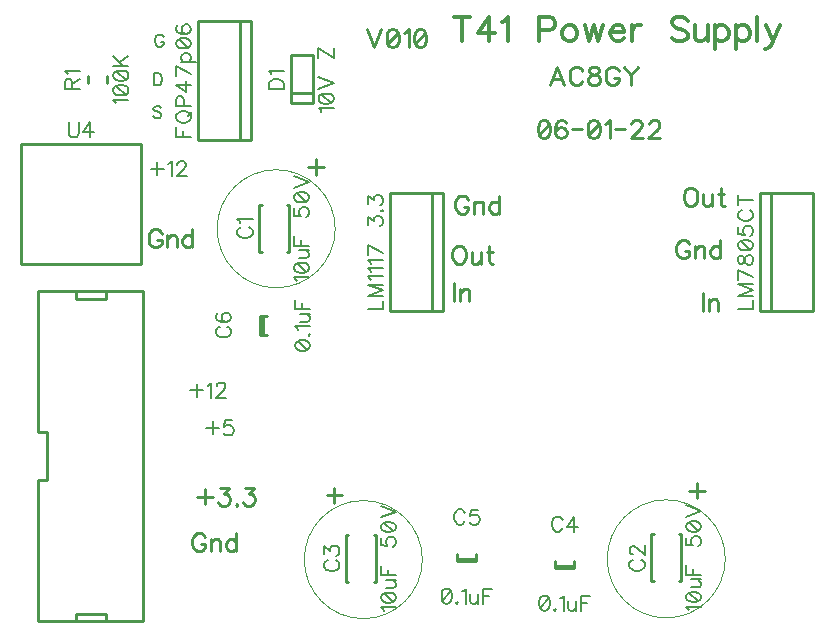
<source format=gbr>
G04 DipTrace 3.3.1.1*
G04 TopSilk.gbr*
%MOIN*%
G04 #@! TF.FileFunction,Legend,Top*
G04 #@! TF.Part,Single*
%ADD10C,0.009843*%
%ADD15C,0.001312*%
%ADD55C,0.00772*%
%ADD56C,0.009264*%
%ADD57C,0.012351*%
%ADD58C,0.006176*%
%FSLAX26Y26*%
G04*
G70*
G90*
G75*
G01*
G04 TopSilk*
%LPD*%
X1809146Y2122622D2*
D10*
X1631980D1*
Y1728921D1*
X1809146D1*
Y2122622D1*
X1773713D2*
Y1728921D1*
X2866454Y1729589D2*
X3043619D1*
Y2123290D1*
X2866454D1*
Y1729589D1*
X2901887D2*
Y2123290D1*
X1296035Y1926546D2*
X1288949D1*
X1204697D2*
X1197610D1*
X1204697Y2083932D2*
X1197610D1*
X1296035D2*
X1288949D1*
X1197610Y1926546D2*
Y2083932D1*
X1296035Y1926546D2*
Y2083932D1*
X2602765Y829042D2*
X2595678D1*
X2511427D2*
X2504340D1*
X2511427Y986428D2*
X2504340D1*
X2602765D2*
X2595678D1*
X2504340Y829042D2*
Y986428D1*
X2602765Y829042D2*
Y986428D1*
X1585125Y827076D2*
X1578038D1*
X1493786D2*
X1486699D1*
X1493786Y984462D2*
X1486699D1*
X1585125D2*
X1578038D1*
X1486699Y827076D2*
Y984462D1*
X1585125Y827076D2*
Y984462D1*
X1169606Y2695591D2*
X992441D1*
Y2301890D1*
X1169606D1*
Y2695591D1*
X1134173D2*
Y2301890D1*
X1377078Y2423146D2*
X1304566Y2422844D1*
X1301344Y2423681D2*
Y2581165D1*
X1375867Y2457648D2*
X1302593D1*
X1377260Y2584043D2*
X1303736Y2583843D1*
X1377512Y2425354D2*
X1377260Y2584043D1*
X689543Y2489676D2*
Y2513235D1*
X626614Y2489676D2*
Y2513235D1*
X403990Y1886190D2*
X803990D1*
Y2286190D1*
X403990D1*
Y1886190D1*
X1920730Y904554D2*
X1857801D1*
X1920730Y897105D2*
X1857801D1*
X1920730D2*
Y920664D1*
X1857801Y897105D2*
Y920664D1*
X2247340Y880982D2*
X2184411D1*
X2247340Y873533D2*
X2184411D1*
X2247340D2*
Y897092D1*
X2184411Y873533D2*
Y897092D1*
X1208142Y1651857D2*
Y1714786D1*
X1200693Y1651857D2*
Y1714786D1*
Y1651857D2*
X1224252D1*
X1200693Y1714786D2*
X1224252D1*
X585870Y1770635D2*
Y1795936D1*
X685970Y1770635D2*
X585870D1*
X685970D2*
Y1795936D1*
X585870Y695936D2*
Y721236D1*
X685970D2*
X585870D1*
X685970Y695936D2*
Y721236D1*
X810920Y695936D2*
X460920D1*
X810920Y1795936D2*
X460920D1*
X810920Y695936D2*
Y1795936D1*
X491020Y1326236D2*
X460920D1*
X491020Y1165635D2*
Y1326236D1*
Y1165635D2*
X460920D1*
Y695936D2*
Y1165635D1*
Y1326236D2*
Y1795936D1*
X1346933Y901776D2*
D15*
G02X1346933Y901776I196850J0D01*
G01*
X2356702Y904184D2*
G02X2356702Y904184I196850J0D01*
G01*
X1056409Y2004453D2*
G02X1056409Y2004453I196850J0D01*
G01*
X1558757Y1735614D2*
D55*
X1608997D1*
Y1764299D1*
Y1817985D2*
X1558757D1*
X1608997Y1798861D1*
X1558757Y1779738D1*
X1608997D1*
X1568374Y1833424D2*
X1565942Y1838232D1*
X1558813Y1845417D1*
X1608997D1*
X1568374Y1860857D2*
X1565942Y1865665D1*
X1558813Y1872850D1*
X1608997D1*
X1568374Y1888289D2*
X1565942Y1893098D1*
X1558813Y1900283D1*
X1608997D1*
Y1925284D2*
X1558813Y1949215D1*
Y1915722D1*
Y2018064D2*
Y2044317D1*
X1577936Y2030002D1*
Y2037187D1*
X1580312Y2041941D1*
X1582689Y2044317D1*
X1589874Y2046749D1*
X1594627D1*
X1601812Y2044317D1*
X1606621Y2039564D1*
X1608997Y2032379D1*
Y2025194D1*
X1606621Y2018064D1*
X1604189Y2015688D1*
X1599436Y2013256D1*
X1604189Y2064565D2*
X1606621Y2062188D1*
X1608997Y2064565D1*
X1606621Y2066997D1*
X1604189Y2064565D1*
X1558813Y2087244D2*
Y2113497D1*
X1577936Y2099183D1*
Y2106368D1*
X1580312Y2111121D1*
X1582689Y2113497D1*
X1589874Y2115929D1*
X1594627D1*
X1601812Y2113497D1*
X1606621Y2108744D1*
X1608997Y2101559D1*
Y2094374D1*
X1606621Y2087244D1*
X1604189Y2084868D1*
X1599436Y2082436D1*
X2793231Y1737296D2*
X2843471D1*
Y1765981D1*
Y1819667D2*
X2793231D1*
X2843471Y1800543D1*
X2793231Y1781420D1*
X2843471D1*
Y1844667D2*
X2793286Y1868599D1*
Y1835106D1*
Y1895977D2*
X2795663Y1888847D1*
X2800416Y1886415D1*
X2805225D1*
X2809978Y1888847D1*
X2812410Y1893600D1*
X2814786Y1903162D1*
X2817163Y1910347D1*
X2821971Y1915100D1*
X2826724Y1917476D1*
X2833909D1*
X2838663Y1915100D1*
X2841094Y1912723D1*
X2843471Y1905538D1*
Y1895977D1*
X2841094Y1888847D1*
X2838663Y1886415D1*
X2833909Y1884038D1*
X2826724D1*
X2821971Y1886415D1*
X2817163Y1891223D1*
X2814786Y1898353D1*
X2812410Y1907915D1*
X2809978Y1912723D1*
X2805225Y1915100D1*
X2800416D1*
X2795663Y1912723D1*
X2793286Y1905538D1*
Y1895977D1*
Y1947286D2*
X2795663Y1940101D1*
X2802848Y1935292D1*
X2814786Y1932916D1*
X2821971D1*
X2833909Y1935292D1*
X2841094Y1940101D1*
X2843471Y1947286D1*
Y1952039D1*
X2841094Y1959224D1*
X2833909Y1963977D1*
X2821971Y1966409D1*
X2814786D1*
X2802848Y1963977D1*
X2795663Y1959224D1*
X2793286Y1952039D1*
Y1947286D1*
X2802848Y1963977D2*
X2833909Y1935292D1*
X2793286Y2010533D2*
Y1986657D1*
X2814786Y1984280D1*
X2812410Y1986657D1*
X2809978Y1993842D1*
Y2000972D1*
X2812410Y2008157D1*
X2817163Y2012965D1*
X2824348Y2015342D1*
X2829101D1*
X2836286Y2012965D1*
X2841094Y2008157D1*
X2843471Y2000972D1*
Y1993842D1*
X2841094Y1986657D1*
X2838663Y1984280D1*
X2833909Y1981848D1*
X2805169Y2066651D2*
X2800416Y2064274D1*
X2795608Y2059466D1*
X2793231Y2054713D1*
Y2045151D1*
X2795608Y2040342D1*
X2800416Y2035589D1*
X2805169Y2033157D1*
X2812354Y2030781D1*
X2824348D1*
X2831478Y2033157D1*
X2836286Y2035589D1*
X2841039Y2040342D1*
X2843471Y2045151D1*
Y2054713D1*
X2841039Y2059466D1*
X2836286Y2064274D1*
X2831478Y2066651D1*
X2793231Y2098837D2*
X2843471D1*
X2793231Y2082090D2*
Y2115583D1*
X1136325Y2009458D2*
X1131572Y2007081D1*
X1126764Y2002273D1*
X1124387Y1997519D1*
Y1987958D1*
X1126764Y1983149D1*
X1131572Y1978396D1*
X1136325Y1975964D1*
X1143510Y1973588D1*
X1155504D1*
X1162634Y1975964D1*
X1167442Y1978396D1*
X1172195Y1983149D1*
X1174627Y1987958D1*
Y1997519D1*
X1172195Y2002272D1*
X1167442Y2007081D1*
X1162634Y2009457D1*
X1134004Y2024897D2*
X1131572Y2029705D1*
X1124442Y2036890D1*
X1174627D1*
X1322611Y1830548D2*
X1320179Y1835357D1*
X1313049Y1842542D1*
X1363234D1*
X1313049Y1872351D2*
X1315426Y1865166D1*
X1322611Y1860358D1*
X1334549Y1857981D1*
X1341734D1*
X1353673Y1860357D1*
X1360858Y1865166D1*
X1363234Y1872351D1*
Y1877104D1*
X1360858Y1884289D1*
X1353673Y1889042D1*
X1341734Y1891474D1*
X1334549D1*
X1322611Y1889042D1*
X1315426Y1884289D1*
X1313049Y1877104D1*
Y1872351D1*
X1322611Y1889042D2*
X1353673Y1860357D1*
X1329741Y1906913D2*
X1353673D1*
X1360802Y1909290D1*
X1363234Y1914098D1*
Y1921283D1*
X1360802Y1926037D1*
X1353673Y1933222D1*
X1329741D2*
X1363234D1*
X1312994Y1979778D2*
Y1948661D1*
X1363234D1*
X1336926D2*
Y1967784D1*
X1313049Y2072503D2*
Y2048626D1*
X1334549Y2046250D1*
X1332173Y2048626D1*
X1329741Y2055811D1*
Y2062941D1*
X1332173Y2070126D1*
X1336926Y2074935D1*
X1344111Y2077311D1*
X1348864D1*
X1356049Y2074935D1*
X1360858Y2070126D1*
X1363234Y2062941D1*
Y2055811D1*
X1360858Y2048626D1*
X1358426Y2046250D1*
X1353673Y2043818D1*
X1313049Y2107121D2*
X1315426Y2099936D1*
X1322611Y2095127D1*
X1334549Y2092751D1*
X1341734D1*
X1353673Y2095127D1*
X1360858Y2099936D1*
X1363234Y2107121D1*
Y2111874D1*
X1360858Y2119059D1*
X1353673Y2123812D1*
X1341734Y2126244D1*
X1334549D1*
X1322611Y2123812D1*
X1315426Y2119059D1*
X1313049Y2111874D1*
Y2107121D1*
X1322611Y2123812D2*
X1353673Y2095127D1*
X1312994Y2141683D2*
X1363234Y2160806D1*
X1312994Y2179930D1*
X2443055Y901204D2*
X2438302Y898827D1*
X2433493Y894019D1*
X2431117Y889265D1*
Y879704D1*
X2433493Y874895D1*
X2438302Y870142D1*
X2443055Y867710D1*
X2450240Y865334D1*
X2462234D1*
X2469363Y867710D1*
X2474172Y870142D1*
X2478925Y874895D1*
X2481357Y879704D1*
Y889265D1*
X2478925Y894019D1*
X2474172Y898827D1*
X2469363Y901204D1*
X2443110Y919075D2*
X2440734D1*
X2435925Y921451D1*
X2433549Y923828D1*
X2431172Y928636D1*
Y938198D1*
X2433549Y942951D1*
X2435925Y945328D1*
X2440734Y947760D1*
X2445487D1*
X2450295Y945328D1*
X2457425Y940575D1*
X2481357Y916643D1*
Y950136D1*
X2629341Y733044D2*
X2626909Y737853D1*
X2619779Y745038D1*
X2669964D1*
X2619779Y774847D2*
X2622156Y767662D1*
X2629341Y762854D1*
X2641279Y760477D1*
X2648464D1*
X2660402Y762854D1*
X2667587Y767662D1*
X2669964Y774847D1*
Y779600D1*
X2667587Y786785D1*
X2660402Y791538D1*
X2648464Y793970D1*
X2641279D1*
X2629341Y791538D1*
X2622156Y786785D1*
X2619779Y779600D1*
Y774847D1*
X2629341Y791538D2*
X2660402Y762854D1*
X2636471Y809410D2*
X2660402Y809409D1*
X2667532Y811786D1*
X2669964Y816595D1*
Y823780D1*
X2667532Y828533D1*
X2660402Y835718D1*
X2636471D2*
X2669964D1*
X2619724Y882274D2*
Y851157D1*
X2669964D1*
X2643656D2*
Y870280D1*
X2619779Y974999D2*
Y951122D1*
X2641279Y948746D1*
X2638902Y951122D1*
X2636470Y958307D1*
Y965437D1*
X2638902Y972622D1*
X2643656Y977431D1*
X2650841Y979807D1*
X2655594D1*
X2662779Y977431D1*
X2667587Y972622D1*
X2669964Y965437D1*
Y958307D1*
X2667587Y951122D1*
X2665155Y948746D1*
X2660402Y946314D1*
X2619779Y1009617D2*
X2622156Y1002432D1*
X2629341Y997623D1*
X2641279Y995247D1*
X2648464D1*
X2660402Y997623D1*
X2667587Y1002432D1*
X2669964Y1009617D1*
Y1014370D1*
X2667587Y1021555D1*
X2660402Y1026308D1*
X2648464Y1028740D1*
X2641279D1*
X2629341Y1026308D1*
X2622156Y1021555D1*
X2619779Y1014370D1*
Y1009617D1*
X2629341Y1026308D2*
X2660402Y997623D1*
X2619724Y1044179D2*
X2669964Y1063302D1*
X2619724Y1082426D1*
X1425415Y899238D2*
X1420661Y896861D1*
X1415853Y892053D1*
X1413476Y887300D1*
Y877738D1*
X1415853Y872930D1*
X1420661Y868176D1*
X1425415Y865744D1*
X1432600Y863368D1*
X1444593D1*
X1451723Y865744D1*
X1456531Y868176D1*
X1461285Y872930D1*
X1463716Y877738D1*
Y887300D1*
X1461285Y892053D1*
X1456531Y896861D1*
X1451723Y899238D1*
X1413532Y919485D2*
Y945738D1*
X1432655Y931424D1*
Y938609D1*
X1435032Y943362D1*
X1437408Y945738D1*
X1444593Y948170D1*
X1449346D1*
X1456531Y945738D1*
X1461340Y940985D1*
X1463716Y933800D1*
Y926615D1*
X1461340Y919485D1*
X1458908Y917109D1*
X1454155Y914677D1*
X1611700Y731078D2*
X1609268Y735887D1*
X1602139Y743072D1*
X1652323D1*
X1602139Y772881D2*
X1604515Y765696D1*
X1611700Y760888D1*
X1623639Y758511D1*
X1630824D1*
X1642762Y760888D1*
X1649947Y765696D1*
X1652323Y772881D1*
Y777634D1*
X1649947Y784819D1*
X1642762Y789573D1*
X1630824Y792004D1*
X1623639D1*
X1611700Y789573D1*
X1604515Y784819D1*
X1602139Y777634D1*
Y772881D1*
X1611700Y789573D2*
X1642762Y760888D1*
X1618830Y807444D2*
X1642762D1*
X1649892Y809820D1*
X1652323Y814629D1*
Y821814D1*
X1649892Y826567D1*
X1642762Y833752D1*
X1618830D2*
X1652323D1*
X1602083Y880308D2*
Y849191D1*
X1652323D1*
X1626015D2*
Y868314D1*
X1602139Y973033D2*
Y949157D1*
X1623639Y946780D1*
X1621262Y949157D1*
X1618830Y956342D1*
Y963471D1*
X1621262Y970656D1*
X1626015Y975465D1*
X1633200Y977841D1*
X1637953D1*
X1645138Y975465D1*
X1649947Y970656D1*
X1652323Y963471D1*
Y956342D1*
X1649947Y949157D1*
X1647515Y946780D1*
X1642762Y944348D1*
X1602139Y1007651D2*
X1604515Y1000466D1*
X1611700Y995657D1*
X1623639Y993281D1*
X1630824D1*
X1642762Y995657D1*
X1649947Y1000466D1*
X1652323Y1007651D1*
Y1012404D1*
X1649947Y1019589D1*
X1642762Y1024342D1*
X1630824Y1026774D1*
X1623639D1*
X1611700Y1024342D1*
X1604515Y1019589D1*
X1602139Y1012404D1*
Y1007651D1*
X1611700Y1024342D2*
X1642762Y995657D1*
X1602083Y1042213D2*
X1652323Y1061337D1*
X1602083Y1080460D1*
X919218Y2343035D2*
Y2311918D1*
X969458D1*
X943150D2*
Y2331041D1*
X919218Y2372844D2*
X921539Y2368091D1*
X926348Y2363282D1*
X931156Y2360906D1*
X938341Y2358474D1*
X950279D1*
X957464Y2360906D1*
X962218Y2363282D1*
X967026Y2368091D1*
X969403Y2372844D1*
Y2382405D1*
X967026Y2387214D1*
X962218Y2391967D1*
X957464Y2394344D1*
X950279Y2396776D1*
X938341D1*
X931156Y2394344D1*
X926348Y2391967D1*
X921539Y2387214D1*
X919218Y2382406D1*
Y2372844D1*
X959841Y2380029D2*
X974211Y2394344D1*
X945526Y2412215D2*
Y2433770D1*
X943150Y2440900D1*
X940718Y2443332D1*
X935965Y2445708D1*
X928780D1*
X924026Y2443332D1*
X921595Y2440900D1*
X919218Y2433770D1*
Y2412215D1*
X969458D1*
Y2485079D2*
X919273D1*
X952711Y2461147D1*
Y2497017D1*
X969458Y2522018D2*
X919273Y2545950D1*
Y2512457D1*
X935965Y2561389D2*
X986205D1*
X943150D2*
X938396Y2566198D1*
X935965Y2570951D1*
Y2578136D1*
X938396Y2582944D1*
X943150Y2587697D1*
X950335Y2590129D1*
X955143D1*
X962273Y2587697D1*
X967081Y2582944D1*
X969458Y2578136D1*
Y2570951D1*
X967081Y2566198D1*
X962273Y2561389D1*
X919273Y2619939D2*
X921650Y2612754D1*
X928835Y2607945D1*
X940773Y2605569D1*
X947958D1*
X959896Y2607945D1*
X967081Y2612754D1*
X969458Y2619939D1*
Y2624692D1*
X967081Y2631877D1*
X959896Y2636630D1*
X947958Y2639062D1*
X940773D1*
X928835Y2636630D1*
X921650Y2631877D1*
X919273Y2624692D1*
Y2619939D1*
X928835Y2636630D2*
X959896Y2607945D1*
X926403Y2683186D2*
X921650Y2680809D1*
X919273Y2673624D1*
Y2668871D1*
X921650Y2661686D1*
X928835Y2656878D1*
X940773Y2654501D1*
X952711D1*
X962273Y2656878D1*
X967081Y2661686D1*
X969458Y2668871D1*
Y2671248D1*
X967081Y2678378D1*
X962273Y2683186D1*
X955088Y2685563D1*
X952711D1*
X945526Y2683186D1*
X940773Y2678378D1*
X938396Y2671248D1*
Y2668871D1*
X940773Y2661686D1*
X945526Y2656878D1*
X952711Y2654501D1*
X1228121Y2469852D2*
X1278361D1*
Y2486599D1*
X1275929Y2493784D1*
X1271176Y2498592D1*
X1266367Y2500969D1*
X1259238Y2503345D1*
X1247244D1*
X1240059Y2500969D1*
X1235306Y2498592D1*
X1230497Y2493784D1*
X1228121Y2486599D1*
Y2469852D1*
X1237738Y2518785D2*
X1235306Y2523593D1*
X1228176Y2530778D1*
X1278361D1*
X1404087Y2394242D2*
X1401656Y2399051D1*
X1394526Y2406236D1*
X1444711D1*
X1394526Y2436045D2*
X1396902Y2428860D1*
X1404087Y2424052D1*
X1416026Y2421675D1*
X1423211D1*
X1435149Y2424052D1*
X1442334Y2428860D1*
X1444711Y2436045D1*
Y2440798D1*
X1442334Y2447983D1*
X1435149Y2452737D1*
X1423211Y2455168D1*
X1416026D1*
X1404087Y2452737D1*
X1396902Y2447983D1*
X1394526Y2440798D1*
Y2436045D1*
X1404087Y2452737D2*
X1435149Y2424052D1*
X1394471Y2470608D2*
X1444711Y2489731D1*
X1394471Y2508854D1*
Y2572894D2*
Y2606388D1*
X1444711Y2572894D1*
Y2606388D1*
X573354Y2470992D2*
Y2492492D1*
X570922Y2499677D1*
X568546Y2502109D1*
X563793Y2504486D1*
X558984D1*
X554231Y2502109D1*
X551799Y2499677D1*
X549423Y2492492D1*
Y2470992D1*
X599663D1*
X573354Y2487739D2*
X599663Y2504486D1*
X559040Y2519925D2*
X556608Y2524733D1*
X549478Y2531918D1*
X599663D1*
X720087Y2422060D2*
X717656Y2426868D1*
X710526Y2434053D1*
X760711D1*
X710526Y2463863D2*
X712902Y2456678D1*
X720087Y2451869D1*
X732026Y2449493D1*
X739211D1*
X751149Y2451869D1*
X758334Y2456678D1*
X760711Y2463863D1*
Y2468616D1*
X758334Y2475801D1*
X751149Y2480554D1*
X739211Y2482986D1*
X732026D1*
X720087Y2480554D1*
X712902Y2475801D1*
X710526Y2468616D1*
Y2463863D1*
X720087Y2480554D2*
X751149Y2451869D1*
X710526Y2512795D2*
X712902Y2505610D1*
X720087Y2500802D1*
X732026Y2498425D1*
X739211D1*
X751149Y2500802D1*
X758334Y2505610D1*
X760711Y2512795D1*
Y2517548D1*
X758334Y2524733D1*
X751149Y2529487D1*
X739211Y2531918D1*
X732026D1*
X720087Y2529487D1*
X712902Y2524733D1*
X710526Y2517548D1*
Y2512795D1*
X720087Y2529487D2*
X751149Y2500802D1*
X710471Y2547358D2*
X760711D1*
X710471Y2580851D2*
X743964Y2547358D1*
X731970Y2559296D2*
X760711Y2580851D1*
X561588Y2359413D2*
Y2323543D1*
X563965Y2316358D1*
X568773Y2311605D1*
X575958Y2309173D1*
X580712D1*
X587897Y2311605D1*
X592705Y2316358D1*
X595082Y2323543D1*
Y2359413D1*
X634453Y2309173D2*
Y2359358D1*
X610521Y2325920D1*
X646391D1*
X1882734Y1056784D2*
X1880357Y1061537D1*
X1875549Y1066345D1*
X1870796Y1068722D1*
X1861234D1*
X1856425Y1066345D1*
X1851672Y1061537D1*
X1849240Y1056784D1*
X1846864Y1049599D1*
Y1037605D1*
X1849240Y1030475D1*
X1851672Y1025667D1*
X1856425Y1020914D1*
X1861234Y1018482D1*
X1870796D1*
X1875549Y1020914D1*
X1880357Y1025667D1*
X1882734Y1030475D1*
X1926858Y1068666D2*
X1902981D1*
X1900605Y1047167D1*
X1902981Y1049543D1*
X1910166Y1051975D1*
X1917296D1*
X1924481Y1049543D1*
X1929290Y1044790D1*
X1931666Y1037605D1*
Y1032852D1*
X1929290Y1025667D1*
X1924481Y1020858D1*
X1917296Y1018482D1*
X1910166D1*
X1902981Y1020858D1*
X1900605Y1023290D1*
X1898173Y1028043D1*
X1818897Y805256D2*
X1811711Y802880D1*
X1806903Y795695D1*
X1804526Y783757D1*
Y776571D1*
X1806903Y764633D1*
X1811711Y757448D1*
X1818897Y755072D1*
X1823650D1*
X1830835Y757448D1*
X1835588Y764633D1*
X1838020Y776571D1*
Y783757D1*
X1835588Y795695D1*
X1830835Y802880D1*
X1823650Y805256D1*
X1818897D1*
X1835588Y795695D2*
X1806903Y764633D1*
X1855836Y759880D2*
X1853459Y757448D1*
X1855836Y755072D1*
X1858267Y757448D1*
X1855836Y759880D1*
X1873707Y795695D2*
X1878515Y798127D1*
X1885700Y805256D1*
Y755072D1*
X1901139Y788565D2*
Y764633D1*
X1903516Y757504D1*
X1908324Y755072D1*
X1915510D1*
X1920263Y757504D1*
X1927448Y764633D1*
Y788565D2*
Y755072D1*
X1974004Y805312D2*
X1942887D1*
Y755072D1*
Y781380D2*
X1962010D1*
X2208156Y1033211D2*
X2205779Y1037965D1*
X2200971Y1042773D1*
X2196217Y1045150D1*
X2186656D1*
X2181847Y1042773D1*
X2177094Y1037965D1*
X2174662Y1033211D1*
X2172286Y1026026D1*
Y1014033D1*
X2174662Y1006903D1*
X2177094Y1002095D1*
X2181847Y997341D1*
X2186656Y994910D1*
X2196217D1*
X2200971Y997341D1*
X2205779Y1002095D1*
X2208156Y1006903D1*
X2247527Y994910D2*
Y1045094D1*
X2223595Y1011656D1*
X2259465D1*
X2145507Y781684D2*
X2138322Y779308D1*
X2133513Y772123D1*
X2131137Y760184D1*
Y752999D1*
X2133513Y741061D1*
X2138322Y733876D1*
X2145507Y731499D1*
X2150260D1*
X2157445Y733876D1*
X2162198Y741061D1*
X2164630Y752999D1*
Y760184D1*
X2162198Y772123D1*
X2157445Y779308D1*
X2150260Y781684D1*
X2145507D1*
X2162198Y772123D2*
X2133513Y741061D1*
X2182446Y736308D2*
X2180069Y733876D1*
X2182446Y731499D1*
X2184878Y733876D1*
X2182446Y736308D1*
X2200317Y772123D2*
X2205125Y774554D1*
X2212310Y781684D1*
Y731499D1*
X2227750Y764993D2*
Y741061D1*
X2230126Y733931D1*
X2234935Y731499D1*
X2242120D1*
X2246873Y733931D1*
X2254058Y741061D1*
Y764993D2*
Y731499D1*
X2300614Y781739D2*
X2269497D1*
Y731499D1*
Y757808D2*
X2288620D1*
X1064573Y1678006D2*
X1059820Y1675630D1*
X1055012Y1670821D1*
X1052635Y1666068D1*
Y1656506D1*
X1055012Y1651698D1*
X1059820Y1646945D1*
X1064573Y1644513D1*
X1071758Y1642136D1*
X1083752D1*
X1090882Y1644513D1*
X1095690Y1646945D1*
X1100443Y1651698D1*
X1102875Y1656506D1*
Y1666068D1*
X1100443Y1670821D1*
X1095690Y1675630D1*
X1090882Y1678006D1*
X1059820Y1722130D2*
X1055067Y1719754D1*
X1052691Y1712569D1*
Y1707816D1*
X1055067Y1700630D1*
X1062252Y1695822D1*
X1074190Y1693445D1*
X1086129D1*
X1095690Y1695822D1*
X1100499Y1700630D1*
X1102875Y1707815D1*
Y1710192D1*
X1100499Y1717322D1*
X1095690Y1722130D1*
X1088505Y1724507D1*
X1086129D1*
X1078944Y1722130D1*
X1074190Y1717322D1*
X1071814Y1710192D1*
Y1707815D1*
X1074190Y1700630D1*
X1078944Y1695822D1*
X1086129Y1693445D1*
X1316101Y1612953D2*
X1318477Y1605768D1*
X1325662Y1600960D1*
X1337600Y1598583D1*
X1344785D1*
X1356724Y1600960D1*
X1363909Y1605768D1*
X1366285Y1612953D1*
Y1617706D1*
X1363909Y1624891D1*
X1356724Y1629644D1*
X1344786Y1632076D1*
X1337600D1*
X1325662Y1629644D1*
X1318477Y1624891D1*
X1316101Y1617706D1*
Y1612953D1*
X1325662Y1629644D2*
X1356724Y1600960D1*
X1361477Y1649892D2*
X1363909Y1647515D1*
X1366285Y1649892D1*
X1363909Y1652324D1*
X1361477Y1649892D1*
X1325662Y1667763D2*
X1323230Y1672572D1*
X1316101Y1679757D1*
X1366285D1*
X1332792Y1695196D2*
X1356724D1*
X1363853Y1697572D1*
X1366285Y1702381D1*
Y1709566D1*
X1363853Y1714319D1*
X1356724Y1721504D1*
X1332792D2*
X1366285D1*
X1316045Y1768060D2*
Y1736943D1*
X1366285D1*
X1339977D2*
Y1756067D1*
X2676459Y1789118D2*
D56*
Y1728830D1*
X2694986Y1769022D2*
Y1728830D1*
Y1757548D2*
X2703608Y1766170D1*
X2709378Y1769022D1*
X2717934D1*
X2723704Y1766170D1*
X2726556Y1757548D1*
Y1728830D1*
X2628935Y2140846D2*
X2623165Y2137995D1*
X2617461Y2132224D1*
X2614543Y2126521D1*
X2611691Y2117899D1*
Y2103506D1*
X2614543Y2094951D1*
X2617461Y2089180D1*
X2623165Y2083477D1*
X2628935Y2080558D1*
X2640409D1*
X2646113Y2083477D1*
X2651883Y2089180D1*
X2654735Y2094951D1*
X2657587Y2103506D1*
Y2117899D1*
X2654735Y2126521D1*
X2651883Y2132224D1*
X2646113Y2137995D1*
X2640409Y2140846D1*
X2628935D1*
X2676114Y2120750D2*
Y2092032D1*
X2678966Y2083477D1*
X2684736Y2080558D1*
X2693358D1*
X2699062Y2083477D1*
X2707684Y2092032D1*
Y2120750D2*
Y2080558D1*
X2734833Y2140846D2*
Y2092032D1*
X2737685Y2083477D1*
X2743455Y2080558D1*
X2749159D1*
X2726211Y2120750D2*
X2746307D1*
X2630848Y1952387D2*
X2627996Y1958091D1*
X2622226Y1963861D1*
X2616522Y1966713D1*
X2605048D1*
X2599278Y1963861D1*
X2593574Y1958091D1*
X2590656Y1952387D1*
X2587804Y1943765D1*
Y1929372D1*
X2590656Y1920817D1*
X2593574Y1915047D1*
X2599278Y1909343D1*
X2605048Y1906425D1*
X2616522D1*
X2622226Y1909343D1*
X2627996Y1915047D1*
X2630848Y1920817D1*
Y1929372D1*
X2616522D1*
X2649375Y1946617D2*
Y1906425D1*
Y1935143D2*
X2657997Y1943765D1*
X2663767Y1946617D1*
X2672323D1*
X2678093Y1943765D1*
X2680945Y1935143D1*
Y1906425D1*
X2733894Y1966713D2*
Y1906425D1*
Y1937995D2*
X2728190Y1943765D1*
X2722420Y1946617D1*
X2713798D1*
X2708094Y1943765D1*
X2702324Y1937995D1*
X2699472Y1929372D1*
Y1923669D1*
X2702324Y1915047D1*
X2708094Y1909343D1*
X2713798Y1906425D1*
X2722420D1*
X2728190Y1909343D1*
X2733894Y1915047D1*
X1847356Y1823522D2*
Y1763234D1*
X1865883Y1803426D2*
Y1763234D1*
Y1791952D2*
X1874505Y1800574D1*
X1880275Y1803426D1*
X1888831D1*
X1894601Y1800574D1*
X1897453Y1791952D1*
Y1763234D1*
X1857532Y1948207D2*
X1851762Y1945355D1*
X1846058Y1939585D1*
X1843140Y1933881D1*
X1840288Y1925259D1*
Y1910867D1*
X1843140Y1902311D1*
X1846058Y1896541D1*
X1851762Y1890838D1*
X1857532Y1887919D1*
X1869006D1*
X1874710Y1890838D1*
X1880480Y1896541D1*
X1883332Y1902311D1*
X1886184Y1910867D1*
Y1925259D1*
X1883332Y1933881D1*
X1880480Y1939585D1*
X1874710Y1945355D1*
X1869006Y1948207D1*
X1857532D1*
X1904711Y1928111D2*
Y1899393D1*
X1907563Y1890838D1*
X1913333Y1887919D1*
X1921955D1*
X1927659Y1890838D1*
X1936281Y1899393D1*
Y1928111D2*
Y1887919D1*
X1963430Y1948207D2*
Y1899393D1*
X1966282Y1890838D1*
X1972052Y1887919D1*
X1977756D1*
X1954808Y1928111D2*
X1974904D1*
X1893953Y2100683D2*
X1891101Y2106387D1*
X1885331Y2112157D1*
X1879627Y2115009D1*
X1868153D1*
X1862383Y2112157D1*
X1856679Y2106387D1*
X1853761Y2100683D1*
X1850909Y2092061D1*
Y2077669D1*
X1853761Y2069113D1*
X1856679Y2063343D1*
X1862383Y2057639D1*
X1868153Y2054721D1*
X1879627D1*
X1885331Y2057639D1*
X1891101Y2063343D1*
X1893953Y2069113D1*
Y2077669D1*
X1879627D1*
X1912480Y2094913D2*
Y2054721D1*
Y2083439D2*
X1921102Y2092061D1*
X1926872Y2094913D1*
X1935428D1*
X1941198Y2092061D1*
X1944050Y2083439D1*
Y2054721D1*
X1996999Y2115009D2*
Y2054721D1*
Y2086291D2*
X1991295Y2092061D1*
X1985525Y2094913D1*
X1976903D1*
X1971199Y2092061D1*
X1965429Y2086291D1*
X1962577Y2077669D1*
Y2071965D1*
X1965429Y2063343D1*
X1971199Y2057639D1*
X1976903Y2054721D1*
X1985525D1*
X1991295Y2057639D1*
X1996999Y2063343D1*
X1385642Y2235862D2*
Y2184196D1*
X1359842Y2209996D2*
X1411508D1*
X1447060Y1141858D2*
Y1090192D1*
X1421260Y1115992D2*
X1472926D1*
X1873485Y2709535D2*
D57*
Y2629151D1*
X1846690Y2709535D2*
X1900279D1*
X1963273Y2629151D2*
Y2709447D1*
X1924982Y2655946D1*
X1982374D1*
X2007077Y2694148D2*
X2014770Y2698039D1*
X2026267Y2709447D1*
Y2629151D1*
X2128731Y2667442D2*
X2163219D1*
X2174627Y2671245D1*
X2178518Y2675136D1*
X2182320Y2682741D1*
Y2694237D1*
X2178518Y2701842D1*
X2174627Y2705733D1*
X2163219Y2709535D1*
X2128731D1*
Y2629151D1*
X2226124Y2682741D2*
X2218519Y2678938D1*
X2210826Y2671245D1*
X2207023Y2659749D1*
Y2652144D1*
X2210826Y2640647D1*
X2218519Y2633042D1*
X2226124Y2629151D1*
X2237620D1*
X2245314Y2633042D1*
X2252919Y2640647D1*
X2256810Y2652144D1*
Y2659749D1*
X2252919Y2671245D1*
X2245314Y2678938D1*
X2237620Y2682741D1*
X2226124D1*
X2281513D2*
X2296811Y2629151D1*
X2312110Y2682741D1*
X2327408Y2629151D1*
X2342707Y2682741D1*
X2367410Y2659749D2*
X2413306D1*
Y2667442D1*
X2409503Y2675136D1*
X2405701Y2678938D1*
X2398007Y2682741D1*
X2386511D1*
X2378906Y2678938D1*
X2371212Y2671245D1*
X2367410Y2659749D1*
Y2652144D1*
X2371212Y2640647D1*
X2378906Y2633042D1*
X2386511Y2629151D1*
X2398007D1*
X2405701Y2633042D1*
X2413306Y2640647D1*
X2438008Y2682741D2*
Y2629151D1*
Y2659749D2*
X2441899Y2671245D1*
X2449504Y2678938D1*
X2457198Y2682741D1*
X2468694D1*
X2624748Y2698039D2*
X2617143Y2705733D1*
X2605647Y2709535D1*
X2590348D1*
X2578852Y2705733D1*
X2571158Y2698039D1*
Y2690434D1*
X2575049Y2682741D1*
X2578852Y2678938D1*
X2586457Y2675136D1*
X2609449Y2667442D1*
X2617143Y2663640D1*
X2620945Y2659749D1*
X2624748Y2652144D1*
Y2640647D1*
X2617143Y2633042D1*
X2605647Y2629151D1*
X2590348D1*
X2578852Y2633042D1*
X2571158Y2640647D1*
X2649451Y2682741D2*
Y2644450D1*
X2653253Y2633042D1*
X2660947Y2629151D1*
X2672443D1*
X2680048Y2633042D1*
X2691544Y2644450D1*
Y2682741D2*
Y2629151D1*
X2716247Y2682741D2*
Y2602357D1*
Y2671245D2*
X2723940Y2678850D1*
X2731545Y2682741D1*
X2743041D1*
X2750735Y2678850D1*
X2758340Y2671245D1*
X2762231Y2659749D1*
Y2652055D1*
X2758340Y2640647D1*
X2750735Y2632954D1*
X2743041Y2629151D1*
X2731545D1*
X2723940Y2632954D1*
X2716247Y2640647D1*
X2786934Y2682741D2*
Y2602357D1*
Y2671245D2*
X2794627Y2678850D1*
X2802232Y2682741D1*
X2813728D1*
X2821422Y2678850D1*
X2829027Y2671245D1*
X2832918Y2659749D1*
Y2652055D1*
X2829027Y2640647D1*
X2821422Y2632954D1*
X2813728Y2629151D1*
X2802232D1*
X2794627Y2632954D1*
X2786934Y2640647D1*
X2857621Y2709535D2*
Y2629151D1*
X2886214Y2682741D2*
X2909118Y2629151D1*
X2901513Y2613853D1*
X2893820Y2606159D1*
X2886214Y2602357D1*
X2882324D1*
X2932110Y2682741D2*
X2909118Y2629151D1*
X1016615Y976040D2*
D56*
X1013763Y981744D1*
X1007993Y987514D1*
X1002289Y990366D1*
X990816D1*
X985045Y987514D1*
X979342Y981744D1*
X976423Y976040D1*
X973571Y967418D1*
Y953026D1*
X976423Y944470D1*
X979342Y938700D1*
X985045Y932996D1*
X990816Y930078D1*
X1002289D1*
X1007993Y932996D1*
X1013763Y938700D1*
X1016615Y944470D1*
Y953026D1*
X1002289D1*
X1035142Y970270D2*
Y930078D1*
Y958796D2*
X1043764Y967418D1*
X1049535Y970270D1*
X1058090D1*
X1063860Y967418D1*
X1066712Y958796D1*
Y930078D1*
X1119661Y990366D2*
Y930078D1*
Y961648D2*
X1113958Y967418D1*
X1108187Y970270D1*
X1099565D1*
X1093862Y967418D1*
X1088091Y961648D1*
X1085239Y953026D1*
Y947322D1*
X1088091Y938700D1*
X1093862Y932996D1*
X1099565Y930078D1*
X1108187D1*
X1113958Y932996D1*
X1119661Y938700D1*
X1015492Y1137682D2*
Y1086016D1*
X989692Y1111816D2*
X1041358D1*
X1065655Y1141960D2*
X1097159D1*
X1079981Y1119012D1*
X1088603D1*
X1094307Y1116160D1*
X1097159Y1113308D1*
X1100077Y1104686D1*
Y1098982D1*
X1097159Y1090360D1*
X1091455Y1084590D1*
X1082833Y1081738D1*
X1074211D1*
X1065655Y1084590D1*
X1062803Y1087508D1*
X1059885Y1093212D1*
X1121456Y1087508D2*
X1118604Y1084590D1*
X1121456Y1081738D1*
X1124374Y1084590D1*
X1121456Y1087508D1*
X1148672Y1141960D2*
X1180175D1*
X1162998Y1119012D1*
X1171620D1*
X1177323Y1116160D1*
X1180175Y1113308D1*
X1183094Y1104686D1*
Y1098982D1*
X1180175Y1090360D1*
X1174471Y1084590D1*
X1165849Y1081738D1*
X1157227D1*
X1148672Y1084590D1*
X1145820Y1087508D1*
X1142902Y1093212D1*
X1041281Y1362165D2*
D55*
Y1319110D1*
X1019781Y1340610D2*
X1062836D1*
X1106960Y1365730D2*
X1083084D1*
X1080707Y1344230D1*
X1083084Y1346607D1*
X1090269Y1349039D1*
X1097399D1*
X1104584Y1346607D1*
X1109392Y1341854D1*
X1111769Y1334669D1*
Y1329915D1*
X1109392Y1322730D1*
X1104584Y1317922D1*
X1097399Y1315545D1*
X1090269D1*
X1083084Y1317922D1*
X1080707Y1320354D1*
X1078275Y1325107D1*
X988121Y1487999D2*
Y1444944D1*
X966621Y1466443D2*
X1009676D1*
X1025115Y1482002D2*
X1029924Y1484434D1*
X1037109Y1491563D1*
Y1441379D1*
X1054980Y1479625D2*
Y1482002D1*
X1057356Y1486810D1*
X1059733Y1489187D1*
X1064541Y1491563D1*
X1074103D1*
X1078856Y1489187D1*
X1081233Y1486810D1*
X1083665Y1482002D1*
Y1477249D1*
X1081233Y1472440D1*
X1076480Y1465310D1*
X1052548Y1441379D1*
X1086041D1*
X1556940Y2669520D2*
D56*
X1579888Y2609232D1*
X1602836Y2669520D1*
X1638607Y2669453D2*
X1629985Y2666601D1*
X1624215Y2657979D1*
X1621363Y2643653D1*
Y2635031D1*
X1624215Y2620705D1*
X1629985Y2612083D1*
X1638607Y2609232D1*
X1644311D1*
X1652933Y2612083D1*
X1658637Y2620705D1*
X1661555Y2635031D1*
Y2643653D1*
X1658637Y2657979D1*
X1652933Y2666601D1*
X1644311Y2669453D1*
X1638607D1*
X1658637Y2657979D2*
X1624215Y2620705D1*
X1680082Y2657979D2*
X1685852Y2660897D1*
X1694475Y2669453D1*
Y2609232D1*
X1730246Y2669453D2*
X1721624Y2666601D1*
X1715854Y2657979D1*
X1713002Y2643653D1*
Y2635031D1*
X1715854Y2620705D1*
X1721624Y2612083D1*
X1730246Y2609232D1*
X1735950D1*
X1744572Y2612083D1*
X1750275Y2620705D1*
X1753194Y2635031D1*
Y2643653D1*
X1750275Y2657979D1*
X1744572Y2666601D1*
X1735950Y2669453D1*
X1730246D1*
X1750275Y2657979D2*
X1715854Y2620705D1*
X2142468Y2366737D2*
X2133846Y2363885D1*
X2128076Y2355263D1*
X2125224Y2340937D1*
Y2332315D1*
X2128076Y2317989D1*
X2133846Y2309367D1*
X2142468Y2306515D1*
X2148172D1*
X2156794Y2309367D1*
X2162497Y2317989D1*
X2165416Y2332315D1*
Y2340937D1*
X2162497Y2355263D1*
X2156794Y2363885D1*
X2148172Y2366737D1*
X2142468D1*
X2162497Y2355263D2*
X2128076Y2317989D1*
X2218365Y2358181D2*
X2215513Y2363885D1*
X2206891Y2366737D1*
X2201187D1*
X2192565Y2363885D1*
X2186795Y2355263D1*
X2183943Y2340937D1*
Y2326611D1*
X2186795Y2315137D1*
X2192565Y2309367D1*
X2201187Y2306515D1*
X2204039D1*
X2212594Y2309367D1*
X2218365Y2315137D1*
X2221217Y2323759D1*
Y2326611D1*
X2218365Y2335233D1*
X2212594Y2340937D1*
X2204039Y2343789D1*
X2201187D1*
X2192565Y2340937D1*
X2186795Y2335233D1*
X2183943Y2326611D1*
X2239744Y2336626D2*
X2272905D1*
X2308677Y2366737D2*
X2300054Y2363885D1*
X2294284Y2355263D1*
X2291432Y2340937D1*
Y2332315D1*
X2294284Y2317989D1*
X2300054Y2309367D1*
X2308677Y2306515D1*
X2314380D1*
X2323002Y2309367D1*
X2328706Y2317989D1*
X2331624Y2332315D1*
Y2340937D1*
X2328706Y2355263D1*
X2323002Y2363885D1*
X2314380Y2366737D1*
X2308677D1*
X2328706Y2355263D2*
X2294284Y2317989D1*
X2350152Y2355263D2*
X2355922Y2358181D1*
X2364544Y2366737D1*
Y2306515D1*
X2383071Y2336626D2*
X2416233D1*
X2437678Y2352411D2*
Y2355263D1*
X2440530Y2361033D1*
X2443382Y2363885D1*
X2449152Y2366737D1*
X2460626D1*
X2466330Y2363885D1*
X2469181Y2361033D1*
X2472100Y2355263D1*
Y2349559D1*
X2469181Y2343789D1*
X2463478Y2335233D1*
X2434760Y2306515D1*
X2474952D1*
X2496397Y2352411D2*
Y2355263D1*
X2499249Y2361033D1*
X2502101Y2363885D1*
X2507871Y2366737D1*
X2519345D1*
X2525049Y2363885D1*
X2527901Y2361033D1*
X2530819Y2355263D1*
Y2349559D1*
X2527901Y2343789D1*
X2522197Y2335233D1*
X2493479Y2306515D1*
X2533671D1*
X2212854Y2483809D2*
X2189840Y2544097D1*
X2166892Y2483809D1*
X2175514Y2503905D2*
X2204232D1*
X2274425Y2529771D2*
X2271573Y2535475D1*
X2265803Y2541245D1*
X2260099Y2544097D1*
X2248625D1*
X2242855Y2541245D1*
X2237151Y2535475D1*
X2234233Y2529771D1*
X2231381Y2521149D1*
Y2506757D1*
X2234233Y2498201D1*
X2237151Y2492431D1*
X2242855Y2486727D1*
X2248625Y2483809D1*
X2260099D1*
X2265803Y2486727D1*
X2271573Y2492431D1*
X2274425Y2498201D1*
X2307278Y2544031D2*
X2298722Y2541179D1*
X2295804Y2535475D1*
Y2529705D1*
X2298722Y2524001D1*
X2304426Y2521083D1*
X2315900Y2518231D1*
X2324522Y2515379D1*
X2330226Y2509609D1*
X2333078Y2503905D1*
Y2495283D1*
X2330226Y2489579D1*
X2327374Y2486661D1*
X2318752Y2483809D1*
X2307278D1*
X2298722Y2486661D1*
X2295804Y2489579D1*
X2292952Y2495283D1*
Y2503905D1*
X2295804Y2509609D1*
X2301574Y2515379D1*
X2310130Y2518231D1*
X2321604Y2521083D1*
X2327374Y2524001D1*
X2330226Y2529705D1*
Y2535475D1*
X2327374Y2541179D1*
X2318752Y2544031D1*
X2307278D1*
X2394649Y2529771D2*
X2391797Y2535475D1*
X2386027Y2541245D1*
X2380323Y2544097D1*
X2368849D1*
X2363079Y2541245D1*
X2357375Y2535475D1*
X2354457Y2529771D1*
X2351605Y2521149D1*
Y2506757D1*
X2354457Y2498201D1*
X2357375Y2492431D1*
X2363079Y2486727D1*
X2368849Y2483809D1*
X2380323D1*
X2386027Y2486727D1*
X2391797Y2492431D1*
X2394649Y2498201D1*
Y2506757D1*
X2380323D1*
X2413176Y2544097D2*
X2436124Y2515379D1*
Y2483809D1*
X2459071Y2544097D2*
X2436124Y2515379D1*
X871271Y1988591D2*
X868420Y1994295D1*
X862649Y2000065D1*
X856946Y2002917D1*
X845472D1*
X839702Y2000065D1*
X833998Y1994295D1*
X831079Y1988591D1*
X828228Y1979969D1*
Y1965577D1*
X831079Y1957021D1*
X833998Y1951251D1*
X839702Y1945548D1*
X845472Y1942629D1*
X856946D1*
X862649Y1945548D1*
X868420Y1951251D1*
X871271Y1957021D1*
Y1965577D1*
X856946D1*
X889799Y1982821D2*
Y1942629D1*
Y1971347D2*
X898421Y1979969D1*
X904191Y1982821D1*
X912746D1*
X918517Y1979969D1*
X921369Y1971347D1*
Y1942629D1*
X974318Y2002917D2*
Y1942629D1*
Y1974199D2*
X968614Y1979969D1*
X962844Y1982821D1*
X954221D1*
X948518Y1979969D1*
X942748Y1974199D1*
X939896Y1965577D1*
Y1959873D1*
X942748Y1951251D1*
X948518Y1945548D1*
X954221Y1942629D1*
X962844D1*
X968614Y1945548D1*
X974318Y1951251D1*
X857151Y2226066D2*
D55*
Y2183011D1*
X835651Y2204510D2*
X878706D1*
X894145Y2220069D2*
X898954Y2222501D1*
X906139Y2229630D1*
Y2179446D1*
X924010Y2217692D2*
Y2220069D1*
X926387Y2224877D1*
X928763Y2227254D1*
X933572Y2229630D1*
X943133D1*
X947886Y2227254D1*
X950263Y2224877D1*
X952695Y2220069D1*
Y2215316D1*
X950263Y2210507D1*
X945510Y2203377D1*
X921578Y2179446D1*
X955071D1*
X2629550Y1131659D2*
D56*
X2681216D1*
X2655416Y1105859D2*
Y1157525D1*
X845466Y2523139D2*
D58*
Y2482947D1*
X858863D1*
X864611Y2484893D1*
X868458Y2488695D1*
X870359Y2492542D1*
X872260Y2498246D1*
Y2507840D1*
X870359Y2513589D1*
X868458Y2517391D1*
X864611Y2521238D1*
X858863Y2523139D1*
X845466D1*
X878311Y2642224D2*
X876410Y2646026D1*
X872563Y2649873D1*
X868761Y2651774D1*
X861111D1*
X857265Y2649873D1*
X853462Y2646026D1*
X851517Y2642224D1*
X849615Y2636476D1*
Y2626881D1*
X851517Y2621177D1*
X853462Y2617330D1*
X857265Y2613528D1*
X861111Y2611582D1*
X868761D1*
X872563Y2613528D1*
X876410Y2617330D1*
X878311Y2621177D1*
Y2626881D1*
X868761D1*
X871095Y2407504D2*
X867293Y2411351D1*
X861545Y2413252D1*
X853895D1*
X848147Y2411351D1*
X844300Y2407504D1*
Y2403701D1*
X846246Y2399855D1*
X848147Y2397953D1*
X851950Y2396052D1*
X863446Y2392205D1*
X867293Y2390304D1*
X869194Y2388359D1*
X871095Y2384556D1*
Y2378808D1*
X867293Y2375005D1*
X861545Y2373060D1*
X853895D1*
X848147Y2375005D1*
X844300Y2378808D1*
M02*

</source>
